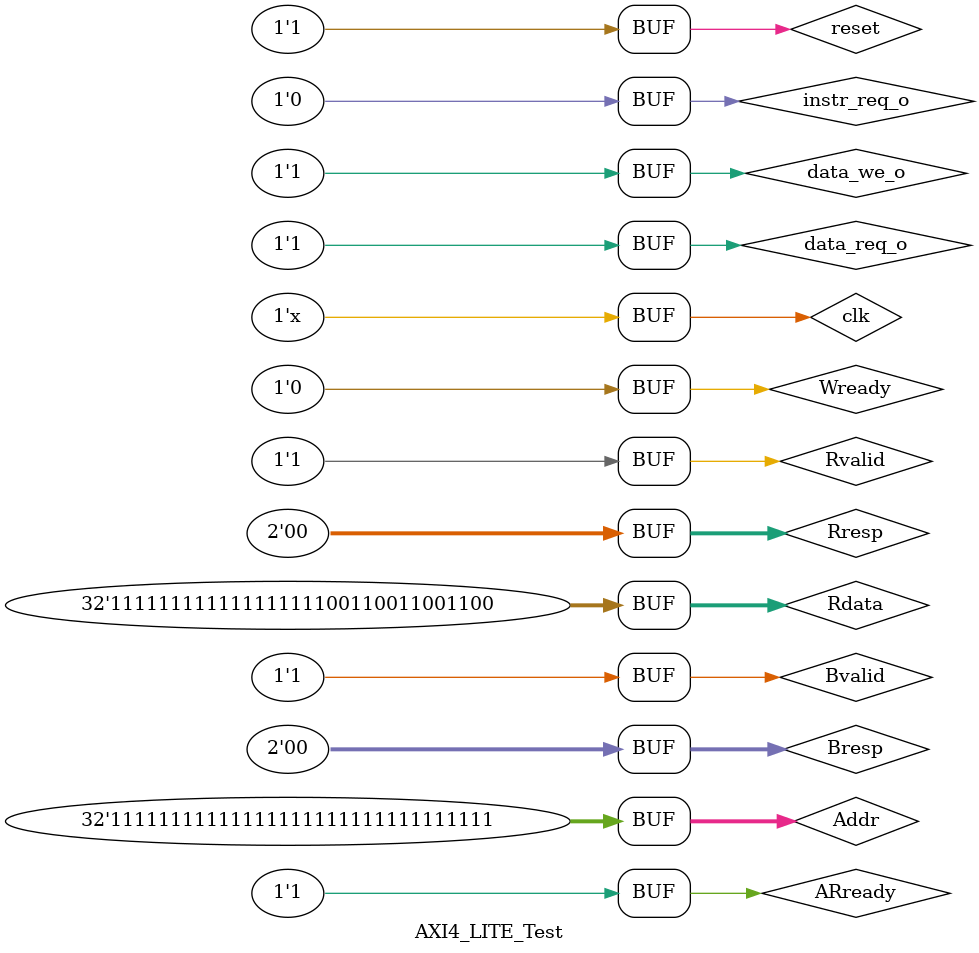
<source format=v>
`timescale 1ns / 100ps


module AXI4_LITE_Test #(parameter data_width = 32) ();

reg clk;
reg reset;

reg instr_req_o;             //Read request from IP 
wire instr_rvalid_i;
wire instr_gnt_i;
/////////////////////////////////////////////////
/////////////////Data Request///////////////////
reg  data_req_o;
reg  data_we_o;
wire data_gnt_i;
wire data_rvalid_i;

reg [31:0] Addr;

wire [data_width-1 : 0] Read_Data ;
reg [data_width-1 : 0] Write_Data;
//////////////////////////////////////////////
wire AWvalid;
 reg AWready;
 wire [31:0] AWaddr;
 //output  [2:0] AWprot,
 
 //Write Data Channel
 wire Wvalid;
 reg Wready;
 wire [data_width-1 : 0] Wdata;
 wire [data_width/8 -1 : 0] Wstrb;
 
 //Write response
 reg Bvalid;
 wire Bready;
 reg [1:0] Bresp;
 
 
 
 
 //Read Address
 wire ARvalid;
 reg ARready;
 wire [31:0] ARaddr;
 //input [2:0] ARprot,
 
 //Read Data Channel
 reg Rvalid;
 wire Rready;
 reg [data_width-1 : 0]Rdata;
  reg  [1:0] Rresp;

 ////////////////////////////////////////////////////////////
 AXI4_Lite_interface  AXI1(.Rresp(Rresp),.clk(clk) ,.reset(reset),

 . Addr(Addr),
 . Read_Data(Read_Data),
 . ARvalid(ARvalid),
  .ARready(ARready),
 . ARaddr(ARaddr),
  .Rvalid(Rvalid),
  .Rready(Rready),
  .Rdata(Rdata),
  .Write_Data(Write_Data),
  .AWvalid(AWvalid),
  .AWready(AWready),
  .AWaddr(AWaddr),
  .Wvalid(Wvalid),
  .Wready(Wready),
  .Wdata(Wdata),
  .Wstrb(Wstrb),
  .Bvalid(Bvalid),
  .Bready(Bready),
  .Bresp(Bresp),
  .instr_req_o(instr_req_o),
  .instr_rvalid_i(instr_rvalid_i),
  .instr_gnt_i(instr_gnt_i),
  .data_req_o(data_req_o),
  .data_we_o(data_we_o),
  .data_gnt_i(data_gnt_i),
  .data_rvalid_i(data_rvalid_i)
  );
  initial
   begin
      clk=1'b1;  reset=1'b1;  // RESET
	  
	  
	  
      #100 reset=1'b0; 
  end
 always #50 clk = ~clk;
 
 initial 
  begin
  Rresp=2'b00;
 instr_req_o= 0;
  data_req_o = 0;
  data_we_o=1;
  Wready=1'b0;
  Bresp = 2'b00;
  Bvalid=1;
  Addr = 32'hffffffff;
   
   //Read transaction test
   Rdata = 32'hffffcccc;
   ARready=1'b1;
   Rvalid=1'b1;
   #5 reset = 0;
   #6 reset = 1;
   #10 instr_req_o=1'b1; data_req_o=1'b1;
  
   #15 instr_req_o=1'b0;
   
   //////////////Write test/////////////////////
  /*  Write_Data = 32'hAAAACCCC;  
  AWready=1'b1; Wready=1'b1;
  
   #5 reset = 0;
   #6 reset = 1;
  
   #50 data_req_o=1'b1; 
 */
 
 end

  
endmodule

</source>
